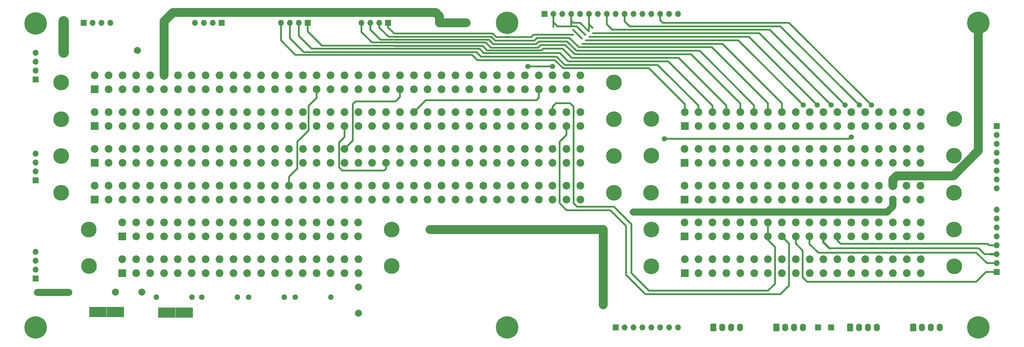
<source format=gbr>
G04 #@! TF.GenerationSoftware,KiCad,Pcbnew,(5.1.10-1-10_14)*
G04 #@! TF.CreationDate,2022-01-31T23:10:13+11:00*
G04 #@! TF.ProjectId,motherboard,6d6f7468-6572-4626-9f61-72642e6b6963,rev?*
G04 #@! TF.SameCoordinates,Original*
G04 #@! TF.FileFunction,Copper,L1,Top*
G04 #@! TF.FilePolarity,Positive*
%FSLAX46Y46*%
G04 Gerber Fmt 4.6, Leading zero omitted, Abs format (unit mm)*
G04 Created by KiCad (PCBNEW (5.1.10-1-10_14)) date 2022-01-31 23:10:13*
%MOMM*%
%LPD*%
G01*
G04 APERTURE LIST*
G04 #@! TA.AperFunction,ComponentPad*
%ADD10O,1.740000X2.190000*%
G04 #@! TD*
G04 #@! TA.AperFunction,ComponentPad*
%ADD11R,5.000000X3.000000*%
G04 #@! TD*
G04 #@! TA.AperFunction,ComponentPad*
%ADD12R,1.700000X1.700000*%
G04 #@! TD*
G04 #@! TA.AperFunction,ComponentPad*
%ADD13C,4.500000*%
G04 #@! TD*
G04 #@! TA.AperFunction,ComponentPad*
%ADD14R,2.200000X2.200000*%
G04 #@! TD*
G04 #@! TA.AperFunction,ComponentPad*
%ADD15C,2.200000*%
G04 #@! TD*
G04 #@! TA.AperFunction,ComponentPad*
%ADD16O,1.600000X1.600000*%
G04 #@! TD*
G04 #@! TA.AperFunction,ComponentPad*
%ADD17C,1.600000*%
G04 #@! TD*
G04 #@! TA.AperFunction,ComponentPad*
%ADD18C,2.000000*%
G04 #@! TD*
G04 #@! TA.AperFunction,ComponentPad*
%ADD19O,1.700000X1.700000*%
G04 #@! TD*
G04 #@! TA.AperFunction,ComponentPad*
%ADD20C,0.800000*%
G04 #@! TD*
G04 #@! TA.AperFunction,ComponentPad*
%ADD21C,6.400000*%
G04 #@! TD*
G04 #@! TA.AperFunction,ViaPad*
%ADD22C,2.000000*%
G04 #@! TD*
G04 #@! TA.AperFunction,ViaPad*
%ADD23C,1.500000*%
G04 #@! TD*
G04 #@! TA.AperFunction,Conductor*
%ADD24C,2.500000*%
G04 #@! TD*
G04 #@! TA.AperFunction,Conductor*
%ADD25C,3.000000*%
G04 #@! TD*
G04 #@! TA.AperFunction,Conductor*
%ADD26C,2.000000*%
G04 #@! TD*
G04 #@! TA.AperFunction,Conductor*
%ADD27C,0.500000*%
G04 #@! TD*
G04 #@! TA.AperFunction,Conductor*
%ADD28C,0.635000*%
G04 #@! TD*
G04 APERTURE END LIST*
D10*
X295020000Y-245500000D03*
X292480000Y-245500000D03*
X289940000Y-245500000D03*
G04 #@! TA.AperFunction,ComponentPad*
G36*
G01*
X286530000Y-246345001D02*
X286530000Y-244654999D01*
G75*
G02*
X286779999Y-244405000I249999J0D01*
G01*
X288020001Y-244405000D01*
G75*
G02*
X288270000Y-244654999I0J-249999D01*
G01*
X288270000Y-246345001D01*
G75*
G02*
X288020001Y-246595000I-249999J0D01*
G01*
X286779999Y-246595000D01*
G75*
G02*
X286530000Y-246345001I0J249999D01*
G01*
G37*
G04 #@! TD.AperFunction*
X277020000Y-245500000D03*
X274480000Y-245500000D03*
X271940000Y-245500000D03*
G04 #@! TA.AperFunction,ComponentPad*
G36*
G01*
X268530000Y-246345001D02*
X268530000Y-244654999D01*
G75*
G02*
X268779999Y-244405000I249999J0D01*
G01*
X270020001Y-244405000D01*
G75*
G02*
X270270000Y-244654999I0J-249999D01*
G01*
X270270000Y-246345001D01*
G75*
G02*
X270020001Y-246595000I-249999J0D01*
G01*
X268779999Y-246595000D01*
G75*
G02*
X268530000Y-246345001I0J249999D01*
G01*
G37*
G04 #@! TD.AperFunction*
X255980000Y-245500000D03*
X253440000Y-245500000D03*
X250900000Y-245500000D03*
G04 #@! TA.AperFunction,ComponentPad*
G36*
G01*
X247490000Y-246345001D02*
X247490000Y-244654999D01*
G75*
G02*
X247739999Y-244405000I249999J0D01*
G01*
X248980001Y-244405000D01*
G75*
G02*
X249230000Y-244654999I0J-249999D01*
G01*
X249230000Y-246345001D01*
G75*
G02*
X248980001Y-246595000I-249999J0D01*
G01*
X247739999Y-246595000D01*
G75*
G02*
X247490000Y-246345001I0J249999D01*
G01*
G37*
G04 #@! TD.AperFunction*
X238020000Y-245500000D03*
X235480000Y-245500000D03*
X232940000Y-245500000D03*
G04 #@! TA.AperFunction,ComponentPad*
G36*
G01*
X229530000Y-246345001D02*
X229530000Y-244654999D01*
G75*
G02*
X229779999Y-244405000I249999J0D01*
G01*
X231020001Y-244405000D01*
G75*
G02*
X231270000Y-244654999I0J-249999D01*
G01*
X231270000Y-246345001D01*
G75*
G02*
X231020001Y-246595000I-249999J0D01*
G01*
X229779999Y-246595000D01*
G75*
G02*
X229530000Y-246345001I0J249999D01*
G01*
G37*
G04 #@! TD.AperFunction*
D11*
X59765000Y-241110000D03*
X54765000Y-241110000D03*
X79450000Y-241200000D03*
X74450000Y-241200000D03*
D12*
X264000000Y-245500000D03*
D13*
X212660000Y-217500000D03*
X299080000Y-217500000D03*
D14*
X222210000Y-219480000D03*
D15*
X226170000Y-219480000D03*
X230130000Y-219480000D03*
X234090000Y-219480000D03*
X238050000Y-219480000D03*
X242010000Y-219480000D03*
X245970000Y-219480000D03*
X249930000Y-219480000D03*
X253890000Y-219480000D03*
X257850000Y-219480000D03*
X261810000Y-219480000D03*
X265770000Y-219480000D03*
X269730000Y-219480000D03*
X273690000Y-219480000D03*
X277650000Y-219480000D03*
X281610000Y-219480000D03*
X285570000Y-219480000D03*
X289530000Y-219480000D03*
X222210000Y-215520000D03*
X226170000Y-215520000D03*
X230130000Y-215520000D03*
X234090000Y-215520000D03*
X238050000Y-215520000D03*
X242010000Y-215520000D03*
X245970000Y-215520000D03*
X249930000Y-215520000D03*
X253890000Y-215520000D03*
X257850000Y-215520000D03*
X261810000Y-215520000D03*
X265770000Y-215520000D03*
X269730000Y-215520000D03*
X273690000Y-215520000D03*
X277650000Y-215520000D03*
X281610000Y-215520000D03*
X285570000Y-215520000D03*
X289530000Y-215520000D03*
D16*
X121285000Y-236855000D03*
D17*
X111125000Y-236855000D03*
D16*
X107950000Y-236855000D03*
D17*
X97790000Y-236855000D03*
D16*
X94615000Y-236855000D03*
D17*
X84455000Y-236855000D03*
D16*
X71440000Y-236855000D03*
D17*
X81600000Y-236855000D03*
D18*
X129159000Y-233927000D03*
X129159000Y-241427000D03*
X59810000Y-235395000D03*
X67310000Y-235395000D03*
X66040000Y-166370000D03*
X73540000Y-166370000D03*
D19*
X159820000Y-158500000D03*
X157280000Y-158500000D03*
X154740000Y-158500000D03*
D12*
X152200000Y-158500000D03*
D19*
X37000000Y-195880000D03*
X37000000Y-198420000D03*
X37000000Y-200960000D03*
D12*
X37000000Y-203500000D03*
D19*
X37000000Y-223880000D03*
X37000000Y-226420000D03*
X37000000Y-228960000D03*
D12*
X37000000Y-231500000D03*
D19*
X37000000Y-167110000D03*
X37000000Y-169650000D03*
X37000000Y-172190000D03*
D12*
X37000000Y-174730000D03*
D19*
X58330000Y-158510000D03*
X55790000Y-158510000D03*
X53250000Y-158510000D03*
D12*
X50710000Y-158510000D03*
X260300000Y-245500000D03*
D13*
X212670000Y-185990000D03*
X299090000Y-185990000D03*
D14*
X222220000Y-187970000D03*
D15*
X226180000Y-187970000D03*
X230140000Y-187970000D03*
X234100000Y-187970000D03*
X238060000Y-187970000D03*
X242020000Y-187970000D03*
X245980000Y-187970000D03*
X249940000Y-187970000D03*
X253900000Y-187970000D03*
X257860000Y-187970000D03*
X261820000Y-187970000D03*
X265780000Y-187970000D03*
X269740000Y-187970000D03*
X273700000Y-187970000D03*
X277660000Y-187970000D03*
X281620000Y-187970000D03*
X285580000Y-187970000D03*
X289540000Y-187970000D03*
X222220000Y-184010000D03*
X226180000Y-184010000D03*
X230140000Y-184010000D03*
X234100000Y-184010000D03*
X238060000Y-184010000D03*
X242020000Y-184010000D03*
X245980000Y-184010000D03*
X249940000Y-184010000D03*
X253900000Y-184010000D03*
X257860000Y-184010000D03*
X261820000Y-184010000D03*
X265780000Y-184010000D03*
X269740000Y-184010000D03*
X273700000Y-184010000D03*
X277660000Y-184010000D03*
X281620000Y-184010000D03*
X285580000Y-184010000D03*
X289540000Y-184010000D03*
D19*
X107000000Y-158500000D03*
X109540000Y-158500000D03*
X112080000Y-158500000D03*
D12*
X114620000Y-158500000D03*
D19*
X130000000Y-158500000D03*
X132540000Y-158500000D03*
X135080000Y-158500000D03*
D12*
X137620000Y-158500000D03*
D20*
X38697056Y-243802944D03*
X37000000Y-243100000D03*
X35302944Y-243802944D03*
X34600000Y-245500000D03*
X35302944Y-247197056D03*
X37000000Y-247900000D03*
X38697056Y-247197056D03*
X39400000Y-245500000D03*
D21*
X37000000Y-245500000D03*
D20*
X173197056Y-243802944D03*
X171500000Y-243100000D03*
X169802944Y-243802944D03*
X169100000Y-245500000D03*
X169802944Y-247197056D03*
X171500000Y-247900000D03*
X173197056Y-247197056D03*
X173900000Y-245500000D03*
D21*
X171500000Y-245500000D03*
D20*
X307697056Y-243802944D03*
X306000000Y-243100000D03*
X304302944Y-243802944D03*
X303600000Y-245500000D03*
X304302944Y-247197056D03*
X306000000Y-247900000D03*
X307697056Y-247197056D03*
X308400000Y-245500000D03*
D21*
X306000000Y-245500000D03*
D20*
X38697056Y-157000000D03*
X37000000Y-156297056D03*
X35302944Y-157000000D03*
X34600000Y-158697056D03*
X35302944Y-160394112D03*
X37000000Y-161097056D03*
X38697056Y-160394112D03*
X39400000Y-158697056D03*
D21*
X37000000Y-158697056D03*
D20*
X173197056Y-156802944D03*
X171500000Y-156100000D03*
X169802944Y-156802944D03*
X169100000Y-158500000D03*
X169802944Y-160197056D03*
X171500000Y-160900000D03*
X173197056Y-160197056D03*
X173900000Y-158500000D03*
D21*
X171500000Y-158500000D03*
D20*
X307697056Y-156802944D03*
X306000000Y-156100000D03*
X304302944Y-156802944D03*
X303600000Y-158500000D03*
X304302944Y-160197056D03*
X306000000Y-160900000D03*
X307697056Y-160197056D03*
X308400000Y-158500000D03*
D21*
X306000000Y-158500000D03*
D13*
X212680000Y-228010000D03*
X299100000Y-228010000D03*
D14*
X222230000Y-229990000D03*
D15*
X226190000Y-229990000D03*
X230150000Y-229990000D03*
X234110000Y-229990000D03*
X238070000Y-229990000D03*
X242030000Y-229990000D03*
X245990000Y-229990000D03*
X249950000Y-229990000D03*
X253910000Y-229990000D03*
X257870000Y-229990000D03*
X261830000Y-229990000D03*
X265790000Y-229990000D03*
X269750000Y-229990000D03*
X273710000Y-229990000D03*
X277670000Y-229990000D03*
X281630000Y-229990000D03*
X285590000Y-229990000D03*
X289550000Y-229990000D03*
X222230000Y-226030000D03*
X226190000Y-226030000D03*
X230150000Y-226030000D03*
X234110000Y-226030000D03*
X238070000Y-226030000D03*
X242030000Y-226030000D03*
X245990000Y-226030000D03*
X249950000Y-226030000D03*
X253910000Y-226030000D03*
X257870000Y-226030000D03*
X261830000Y-226030000D03*
X265790000Y-226030000D03*
X269750000Y-226030000D03*
X273710000Y-226030000D03*
X277670000Y-226030000D03*
X281630000Y-226030000D03*
X285590000Y-226030000D03*
X289550000Y-226030000D03*
D13*
X212630000Y-207010000D03*
X299050000Y-207010000D03*
D14*
X222180000Y-208990000D03*
D15*
X226140000Y-208990000D03*
X230100000Y-208990000D03*
X234060000Y-208990000D03*
X238020000Y-208990000D03*
X241980000Y-208990000D03*
X245940000Y-208990000D03*
X249900000Y-208990000D03*
X253860000Y-208990000D03*
X257820000Y-208990000D03*
X261780000Y-208990000D03*
X265740000Y-208990000D03*
X269700000Y-208990000D03*
X273660000Y-208990000D03*
X277620000Y-208990000D03*
X281580000Y-208990000D03*
X285540000Y-208990000D03*
X289500000Y-208990000D03*
X222180000Y-205030000D03*
X226140000Y-205030000D03*
X230100000Y-205030000D03*
X234060000Y-205030000D03*
X238020000Y-205030000D03*
X241980000Y-205030000D03*
X245940000Y-205030000D03*
X249900000Y-205030000D03*
X253860000Y-205030000D03*
X257820000Y-205030000D03*
X261780000Y-205030000D03*
X265740000Y-205030000D03*
X269700000Y-205030000D03*
X273660000Y-205030000D03*
X277620000Y-205030000D03*
X281580000Y-205030000D03*
X285540000Y-205030000D03*
X289500000Y-205030000D03*
D13*
X212650000Y-196490000D03*
X299070000Y-196490000D03*
D14*
X222200000Y-198470000D03*
D15*
X226160000Y-198470000D03*
X230120000Y-198470000D03*
X234080000Y-198470000D03*
X238040000Y-198470000D03*
X242000000Y-198470000D03*
X245960000Y-198470000D03*
X249920000Y-198470000D03*
X253880000Y-198470000D03*
X257840000Y-198470000D03*
X261800000Y-198470000D03*
X265760000Y-198470000D03*
X269720000Y-198470000D03*
X273680000Y-198470000D03*
X277640000Y-198470000D03*
X281600000Y-198470000D03*
X285560000Y-198470000D03*
X289520000Y-198470000D03*
X222200000Y-194510000D03*
X226160000Y-194510000D03*
X230120000Y-194510000D03*
X234080000Y-194510000D03*
X238040000Y-194510000D03*
X242000000Y-194510000D03*
X245960000Y-194510000D03*
X249920000Y-194510000D03*
X253880000Y-194510000D03*
X257840000Y-194510000D03*
X261800000Y-194510000D03*
X265760000Y-194510000D03*
X269720000Y-194510000D03*
X273680000Y-194510000D03*
X277640000Y-194510000D03*
X281600000Y-194510000D03*
X285560000Y-194510000D03*
X289520000Y-194510000D03*
D13*
X52210000Y-227960000D03*
X138630000Y-227960000D03*
D14*
X61760000Y-229940000D03*
D15*
X65720000Y-229940000D03*
X69680000Y-229940000D03*
X73640000Y-229940000D03*
X77600000Y-229940000D03*
X81560000Y-229940000D03*
X85520000Y-229940000D03*
X89480000Y-229940000D03*
X93440000Y-229940000D03*
X97400000Y-229940000D03*
X101360000Y-229940000D03*
X105320000Y-229940000D03*
X109280000Y-229940000D03*
X113240000Y-229940000D03*
X117200000Y-229940000D03*
X121160000Y-229940000D03*
X125120000Y-229940000D03*
X129080000Y-229940000D03*
X61760000Y-225980000D03*
X65720000Y-225980000D03*
X69680000Y-225980000D03*
X73640000Y-225980000D03*
X77600000Y-225980000D03*
X81560000Y-225980000D03*
X85520000Y-225980000D03*
X89480000Y-225980000D03*
X93440000Y-225980000D03*
X97400000Y-225980000D03*
X101360000Y-225980000D03*
X105320000Y-225980000D03*
X109280000Y-225980000D03*
X113240000Y-225980000D03*
X117200000Y-225980000D03*
X121160000Y-225980000D03*
X125120000Y-225980000D03*
X129080000Y-225980000D03*
D13*
X52200000Y-217510000D03*
X138620000Y-217510000D03*
D14*
X61750000Y-219490000D03*
D15*
X65710000Y-219490000D03*
X69670000Y-219490000D03*
X73630000Y-219490000D03*
X77590000Y-219490000D03*
X81550000Y-219490000D03*
X85510000Y-219490000D03*
X89470000Y-219490000D03*
X93430000Y-219490000D03*
X97390000Y-219490000D03*
X101350000Y-219490000D03*
X105310000Y-219490000D03*
X109270000Y-219490000D03*
X113230000Y-219490000D03*
X117190000Y-219490000D03*
X121150000Y-219490000D03*
X125110000Y-219490000D03*
X129070000Y-219490000D03*
X61750000Y-215530000D03*
X65710000Y-215530000D03*
X69670000Y-215530000D03*
X73630000Y-215530000D03*
X77590000Y-215530000D03*
X81550000Y-215530000D03*
X85510000Y-215530000D03*
X89470000Y-215530000D03*
X93430000Y-215530000D03*
X97390000Y-215530000D03*
X101350000Y-215530000D03*
X105310000Y-215530000D03*
X109270000Y-215530000D03*
X113230000Y-215530000D03*
X117190000Y-215530000D03*
X121150000Y-215530000D03*
X125110000Y-215530000D03*
X129070000Y-215530000D03*
X192450000Y-173520000D03*
X192450000Y-177480000D03*
D13*
X44300000Y-175500000D03*
X202000000Y-175500000D03*
D14*
X53850000Y-177480000D03*
D15*
X57810000Y-177480000D03*
X61770000Y-177480000D03*
X65730000Y-177480000D03*
X69690000Y-177480000D03*
X73650000Y-177480000D03*
X77610000Y-177480000D03*
X81570000Y-177480000D03*
X85530000Y-177480000D03*
X89490000Y-177480000D03*
X93450000Y-177480000D03*
X97410000Y-177480000D03*
X101370000Y-177480000D03*
X105330000Y-177480000D03*
X109290000Y-177480000D03*
X113250000Y-177480000D03*
X117210000Y-177480000D03*
X121170000Y-177480000D03*
X125130000Y-177480000D03*
X129090000Y-177480000D03*
X133050000Y-177480000D03*
X137010000Y-177480000D03*
X140970000Y-177480000D03*
X144930000Y-177480000D03*
X148890000Y-177480000D03*
X152850000Y-177480000D03*
X156810000Y-177480000D03*
X160770000Y-177480000D03*
X164730000Y-177480000D03*
X168690000Y-177480000D03*
X172650000Y-177480000D03*
X176610000Y-177480000D03*
X180570000Y-177480000D03*
X184530000Y-177480000D03*
X188490000Y-177480000D03*
X53850000Y-173520000D03*
X57810000Y-173520000D03*
X61770000Y-173520000D03*
X65730000Y-173520000D03*
X69690000Y-173520000D03*
X73650000Y-173520000D03*
X77610000Y-173520000D03*
X81570000Y-173520000D03*
X85530000Y-173520000D03*
X89490000Y-173520000D03*
X93450000Y-173520000D03*
X97410000Y-173520000D03*
X101370000Y-173520000D03*
X105330000Y-173520000D03*
X109290000Y-173520000D03*
X113250000Y-173520000D03*
X117210000Y-173520000D03*
X121170000Y-173520000D03*
X125130000Y-173520000D03*
X129090000Y-173520000D03*
X133050000Y-173520000D03*
X137010000Y-173520000D03*
X140970000Y-173520000D03*
X144930000Y-173520000D03*
X148890000Y-173520000D03*
X152850000Y-173520000D03*
X156810000Y-173520000D03*
X160770000Y-173520000D03*
X164730000Y-173520000D03*
X168690000Y-173520000D03*
X172650000Y-173520000D03*
X176610000Y-173520000D03*
X180570000Y-173520000D03*
X184530000Y-173520000D03*
X188490000Y-173520000D03*
X192450000Y-205020000D03*
X192450000Y-208980000D03*
D13*
X44300000Y-207000000D03*
X202000000Y-207000000D03*
D14*
X53850000Y-208980000D03*
D15*
X57810000Y-208980000D03*
X61770000Y-208980000D03*
X65730000Y-208980000D03*
X69690000Y-208980000D03*
X73650000Y-208980000D03*
X77610000Y-208980000D03*
X81570000Y-208980000D03*
X85530000Y-208980000D03*
X89490000Y-208980000D03*
X93450000Y-208980000D03*
X97410000Y-208980000D03*
X101370000Y-208980000D03*
X105330000Y-208980000D03*
X109290000Y-208980000D03*
X113250000Y-208980000D03*
X117210000Y-208980000D03*
X121170000Y-208980000D03*
X125130000Y-208980000D03*
X129090000Y-208980000D03*
X133050000Y-208980000D03*
X137010000Y-208980000D03*
X140970000Y-208980000D03*
X144930000Y-208980000D03*
X148890000Y-208980000D03*
X152850000Y-208980000D03*
X156810000Y-208980000D03*
X160770000Y-208980000D03*
X164730000Y-208980000D03*
X168690000Y-208980000D03*
X172650000Y-208980000D03*
X176610000Y-208980000D03*
X180570000Y-208980000D03*
X184530000Y-208980000D03*
X188490000Y-208980000D03*
X53850000Y-205020000D03*
X57810000Y-205020000D03*
X61770000Y-205020000D03*
X65730000Y-205020000D03*
X69690000Y-205020000D03*
X73650000Y-205020000D03*
X77610000Y-205020000D03*
X81570000Y-205020000D03*
X85530000Y-205020000D03*
X89490000Y-205020000D03*
X93450000Y-205020000D03*
X97410000Y-205020000D03*
X101370000Y-205020000D03*
X105330000Y-205020000D03*
X109290000Y-205020000D03*
X113250000Y-205020000D03*
X117210000Y-205020000D03*
X121170000Y-205020000D03*
X125130000Y-205020000D03*
X129090000Y-205020000D03*
X133050000Y-205020000D03*
X137010000Y-205020000D03*
X140970000Y-205020000D03*
X144930000Y-205020000D03*
X148890000Y-205020000D03*
X152850000Y-205020000D03*
X156810000Y-205020000D03*
X160770000Y-205020000D03*
X164730000Y-205020000D03*
X168690000Y-205020000D03*
X172650000Y-205020000D03*
X176610000Y-205020000D03*
X180570000Y-205020000D03*
X184530000Y-205020000D03*
X188490000Y-205020000D03*
X192450000Y-194520000D03*
X192450000Y-198480000D03*
D13*
X44300000Y-196500000D03*
X202000000Y-196500000D03*
D14*
X53850000Y-198480000D03*
D15*
X57810000Y-198480000D03*
X61770000Y-198480000D03*
X65730000Y-198480000D03*
X69690000Y-198480000D03*
X73650000Y-198480000D03*
X77610000Y-198480000D03*
X81570000Y-198480000D03*
X85530000Y-198480000D03*
X89490000Y-198480000D03*
X93450000Y-198480000D03*
X97410000Y-198480000D03*
X101370000Y-198480000D03*
X105330000Y-198480000D03*
X109290000Y-198480000D03*
X113250000Y-198480000D03*
X117210000Y-198480000D03*
X121170000Y-198480000D03*
X125130000Y-198480000D03*
X129090000Y-198480000D03*
X133050000Y-198480000D03*
X137010000Y-198480000D03*
X140970000Y-198480000D03*
X144930000Y-198480000D03*
X148890000Y-198480000D03*
X152850000Y-198480000D03*
X156810000Y-198480000D03*
X160770000Y-198480000D03*
X164730000Y-198480000D03*
X168690000Y-198480000D03*
X172650000Y-198480000D03*
X176610000Y-198480000D03*
X180570000Y-198480000D03*
X184530000Y-198480000D03*
X188490000Y-198480000D03*
X53850000Y-194520000D03*
X57810000Y-194520000D03*
X61770000Y-194520000D03*
X65730000Y-194520000D03*
X69690000Y-194520000D03*
X73650000Y-194520000D03*
X77610000Y-194520000D03*
X81570000Y-194520000D03*
X85530000Y-194520000D03*
X89490000Y-194520000D03*
X93450000Y-194520000D03*
X97410000Y-194520000D03*
X101370000Y-194520000D03*
X105330000Y-194520000D03*
X109290000Y-194520000D03*
X113250000Y-194520000D03*
X117210000Y-194520000D03*
X121170000Y-194520000D03*
X125130000Y-194520000D03*
X129090000Y-194520000D03*
X133050000Y-194520000D03*
X137010000Y-194520000D03*
X140970000Y-194520000D03*
X144930000Y-194520000D03*
X148890000Y-194520000D03*
X152850000Y-194520000D03*
X156810000Y-194520000D03*
X160770000Y-194520000D03*
X164730000Y-194520000D03*
X168690000Y-194520000D03*
X172650000Y-194520000D03*
X176610000Y-194520000D03*
X180570000Y-194520000D03*
X184530000Y-194520000D03*
X188490000Y-194520000D03*
X192450000Y-184020000D03*
X192450000Y-187980000D03*
D13*
X44300000Y-186000000D03*
X202000000Y-186000000D03*
D14*
X53850000Y-187980000D03*
D15*
X57810000Y-187980000D03*
X61770000Y-187980000D03*
X65730000Y-187980000D03*
X69690000Y-187980000D03*
X73650000Y-187980000D03*
X77610000Y-187980000D03*
X81570000Y-187980000D03*
X85530000Y-187980000D03*
X89490000Y-187980000D03*
X93450000Y-187980000D03*
X97410000Y-187980000D03*
X101370000Y-187980000D03*
X105330000Y-187980000D03*
X109290000Y-187980000D03*
X113250000Y-187980000D03*
X117210000Y-187980000D03*
X121170000Y-187980000D03*
X125130000Y-187980000D03*
X129090000Y-187980000D03*
X133050000Y-187980000D03*
X137010000Y-187980000D03*
X140970000Y-187980000D03*
X144930000Y-187980000D03*
X148890000Y-187980000D03*
X152850000Y-187980000D03*
X156810000Y-187980000D03*
X160770000Y-187980000D03*
X164730000Y-187980000D03*
X168690000Y-187980000D03*
X172650000Y-187980000D03*
X176610000Y-187980000D03*
X180570000Y-187980000D03*
X184530000Y-187980000D03*
X188490000Y-187980000D03*
X53850000Y-184020000D03*
X57810000Y-184020000D03*
X61770000Y-184020000D03*
X65730000Y-184020000D03*
X69690000Y-184020000D03*
X73650000Y-184020000D03*
X77610000Y-184020000D03*
X81570000Y-184020000D03*
X85530000Y-184020000D03*
X89490000Y-184020000D03*
X93450000Y-184020000D03*
X97410000Y-184020000D03*
X101370000Y-184020000D03*
X105330000Y-184020000D03*
X109290000Y-184020000D03*
X113250000Y-184020000D03*
X117210000Y-184020000D03*
X121170000Y-184020000D03*
X125130000Y-184020000D03*
X129090000Y-184020000D03*
X133050000Y-184020000D03*
X137010000Y-184020000D03*
X140970000Y-184020000D03*
X144930000Y-184020000D03*
X148890000Y-184020000D03*
X152850000Y-184020000D03*
X156810000Y-184020000D03*
X160770000Y-184020000D03*
X164730000Y-184020000D03*
X168690000Y-184020000D03*
X172650000Y-184020000D03*
X176610000Y-184020000D03*
X180570000Y-184020000D03*
X184530000Y-184020000D03*
X188490000Y-184020000D03*
D19*
X311200000Y-211900000D03*
X311200000Y-214440000D03*
X311200000Y-216980000D03*
X311200000Y-219520000D03*
X311200000Y-222060000D03*
X311200000Y-224600000D03*
X311200000Y-227140000D03*
D12*
X311200000Y-229680000D03*
D19*
X311200000Y-205800000D03*
X311200000Y-203260000D03*
X311200000Y-200720000D03*
X311200000Y-198180000D03*
X311200000Y-195640000D03*
X311200000Y-193100000D03*
X311200000Y-190560000D03*
D12*
X311200000Y-188020000D03*
D19*
X220300000Y-156000000D03*
X217760000Y-156000000D03*
X215220000Y-156000000D03*
X212680000Y-156000000D03*
X210140000Y-156000000D03*
X207600000Y-156000000D03*
X205060000Y-156000000D03*
X202520000Y-156000000D03*
X199980000Y-156000000D03*
X197440000Y-156000000D03*
X194900000Y-156000000D03*
X192360000Y-156000000D03*
X189820000Y-156000000D03*
X187280000Y-156000000D03*
X184740000Y-156000000D03*
D12*
X182200000Y-156000000D03*
D19*
X82500000Y-158500000D03*
X85040000Y-158500000D03*
X87580000Y-158500000D03*
D12*
X90120000Y-158500000D03*
D19*
X220280000Y-245500000D03*
X217740000Y-245500000D03*
X215200000Y-245500000D03*
X212660000Y-245500000D03*
X210120000Y-245500000D03*
X207580000Y-245500000D03*
X205040000Y-245500000D03*
D12*
X202500000Y-245500000D03*
D22*
X149500000Y-217500000D03*
X199000000Y-217500000D03*
D23*
X46500000Y-235500000D03*
X37500000Y-235500000D03*
X45000000Y-167000000D03*
X45000000Y-158000000D03*
X207500000Y-212500000D03*
X199000000Y-239000000D03*
X184500000Y-171000000D03*
X177500000Y-171000000D03*
X216408000Y-191643000D03*
X269720000Y-191107000D03*
X256000000Y-182000000D03*
X260000000Y-182000000D03*
X264000000Y-182000000D03*
X268000000Y-182000000D03*
X272000000Y-182000000D03*
X275500000Y-182000000D03*
D24*
X149500000Y-217500000D02*
X199000000Y-217500000D01*
D25*
X45000000Y-158000000D02*
X45000000Y-167000000D01*
D26*
X46500000Y-235500000D02*
X37500000Y-235500000D01*
X281580000Y-208990000D02*
X281580000Y-210920000D01*
X281580000Y-210920000D02*
X280000000Y-212500000D01*
X280000000Y-212500000D02*
X207500000Y-212500000D01*
D24*
X199000000Y-217500000D02*
X199000000Y-239000000D01*
X306000000Y-195036002D02*
X298836002Y-202200000D01*
X306000000Y-158500000D02*
X306000000Y-195036002D01*
X298836002Y-202200000D02*
X282700000Y-202200000D01*
X281580000Y-203320000D02*
X281580000Y-205030000D01*
X282700000Y-202200000D02*
X281580000Y-203320000D01*
X73650000Y-168158000D02*
X73650000Y-173520000D01*
X152200000Y-158500000D02*
X152200000Y-156645000D01*
X152200000Y-156645000D02*
X151130000Y-155575000D01*
X151130000Y-155575000D02*
X76200000Y-155575000D01*
X73650000Y-158125000D02*
X73650000Y-168158000D01*
X76200000Y-155575000D02*
X73650000Y-158125000D01*
X152200000Y-158500000D02*
X159820000Y-158500000D01*
D27*
X117210000Y-179970000D02*
X117210000Y-177480000D01*
X114935000Y-182245000D02*
X117210000Y-179970000D01*
X111699999Y-192465001D02*
X114935000Y-189230000D01*
X111699999Y-200085001D02*
X111699999Y-192465001D01*
X109290000Y-202495000D02*
X111699999Y-200085001D01*
X114935000Y-189230000D02*
X114935000Y-182245000D01*
X109290000Y-205020000D02*
X109290000Y-202495000D01*
X140970000Y-179705000D02*
X140970000Y-177480000D01*
X139700000Y-180975000D02*
X140970000Y-179705000D01*
X128270000Y-180975000D02*
X139700000Y-180975000D01*
X127539999Y-192110001D02*
X127539999Y-181705001D01*
X127539999Y-181705001D02*
X128270000Y-180975000D01*
X125130000Y-194520000D02*
X127539999Y-192110001D01*
X180570000Y-177480000D02*
X180570000Y-179930000D01*
X180570000Y-179930000D02*
X179900000Y-180600000D01*
X148350000Y-180600000D02*
X144930000Y-184020000D01*
X179900000Y-180600000D02*
X148350000Y-180600000D01*
X183514666Y-171000000D02*
X184500000Y-171000000D01*
X177500000Y-171000000D02*
X183514666Y-171000000D01*
X269184000Y-191643000D02*
X269720000Y-191107000D01*
X216408000Y-191643000D02*
X269184000Y-191643000D01*
X188490000Y-187980000D02*
X188490000Y-190510000D01*
X211000000Y-236000000D02*
X249500000Y-236000000D01*
X205500000Y-216500000D02*
X205500000Y-230500000D01*
X188490000Y-190510000D02*
X186500000Y-192500000D01*
X252000000Y-233500000D02*
X252000000Y-221550000D01*
X249500000Y-236000000D02*
X252000000Y-233500000D01*
X201000000Y-212000000D02*
X205500000Y-216500000D01*
X188500000Y-212000000D02*
X201000000Y-212000000D01*
X186500000Y-210000000D02*
X188500000Y-212000000D01*
X186500000Y-192500000D02*
X186500000Y-210000000D01*
X252000000Y-221550000D02*
X249930000Y-219480000D01*
X205500000Y-230500000D02*
X211000000Y-236000000D01*
X190500000Y-182500000D02*
X189500000Y-181500000D01*
X185500000Y-181500000D02*
X184530000Y-182470000D01*
X190500000Y-210000000D02*
X190500000Y-182500000D01*
X191500000Y-211000000D02*
X190500000Y-210000000D01*
X184530000Y-182470000D02*
X184530000Y-184020000D01*
X202000000Y-211000000D02*
X191500000Y-211000000D01*
X207000000Y-216000000D02*
X202000000Y-211000000D01*
X207000000Y-230000000D02*
X207000000Y-216000000D01*
X212000000Y-235000000D02*
X207000000Y-230000000D01*
X189500000Y-181500000D02*
X185500000Y-181500000D01*
X248000000Y-233000000D02*
X246000000Y-235000000D01*
X245970000Y-215520000D02*
X245970000Y-220470000D01*
X248000000Y-222500000D02*
X248000000Y-233000000D01*
X246000000Y-235000000D02*
X212000000Y-235000000D01*
X245970000Y-220470000D02*
X248000000Y-222500000D01*
X125130000Y-187980000D02*
X125130000Y-191100000D01*
X123579999Y-192650001D02*
X123579999Y-199779999D01*
X125130000Y-191100000D02*
X123579999Y-192650001D01*
X123579999Y-199779999D02*
X124460000Y-200660000D01*
X124460000Y-200660000D02*
X136525000Y-200660000D01*
X137010000Y-200175000D02*
X137010000Y-198480000D01*
X136525000Y-200660000D02*
X137010000Y-200175000D01*
X308165000Y-229680000D02*
X311200000Y-229680000D01*
X305435000Y-232410000D02*
X308165000Y-229680000D01*
X255905000Y-231140000D02*
X257175000Y-232410000D01*
X255905000Y-223520000D02*
X255905000Y-231140000D01*
X257175000Y-232410000D02*
X305435000Y-232410000D01*
X253890000Y-221505000D02*
X255905000Y-223520000D01*
X253890000Y-219480000D02*
X253890000Y-221505000D01*
X257850000Y-219480000D02*
X257850000Y-221655000D01*
X308420000Y-227140000D02*
X311200000Y-227140000D01*
X305435000Y-224155000D02*
X308420000Y-227140000D01*
X257850000Y-221655000D02*
X260350000Y-224155000D01*
X260350000Y-224155000D02*
X305435000Y-224155000D01*
D28*
X261810000Y-219480000D02*
X261810000Y-221170000D01*
X261810000Y-221170000D02*
X263525000Y-222885000D01*
X309435000Y-224600000D02*
X311200000Y-224600000D01*
D27*
X263525000Y-222885000D02*
X306070000Y-222885000D01*
X307785000Y-224600000D02*
X309435000Y-224600000D01*
X306070000Y-222885000D02*
X307785000Y-224600000D01*
X308610000Y-221615000D02*
X309055000Y-222060000D01*
X309055000Y-222060000D02*
X311200000Y-222060000D01*
X266700000Y-221615000D02*
X308610000Y-221615000D01*
X265770000Y-220685000D02*
X266700000Y-221615000D01*
X265770000Y-219480000D02*
X265770000Y-220685000D01*
X184740000Y-159740000D02*
X184740000Y-156000000D01*
X193900000Y-162000000D02*
X191400000Y-159500000D01*
X185900000Y-159500000D02*
X184640000Y-158240000D01*
X237500000Y-163500000D02*
X194000000Y-163500000D01*
X191400000Y-159500000D02*
X185900000Y-159500000D01*
X256000000Y-182000000D02*
X237500000Y-163500000D01*
X189820000Y-159320000D02*
X189820000Y-156000000D01*
X190400000Y-158500000D02*
X189720000Y-157820000D01*
X192400000Y-158500000D02*
X190400000Y-158500000D01*
X194900000Y-161000000D02*
X192400000Y-158500000D01*
X240500000Y-162500000D02*
X195000000Y-162500000D01*
X260000000Y-182000000D02*
X240500000Y-162500000D01*
X194900000Y-156000000D02*
X194900000Y-160400000D01*
X194800000Y-158900000D02*
X195900000Y-160000000D01*
X243500000Y-161500000D02*
X264000000Y-182000000D01*
X196000000Y-161500000D02*
X243500000Y-161500000D01*
X199980000Y-156000000D02*
X199980000Y-158980000D01*
X199980000Y-158980000D02*
X201500000Y-160500000D01*
X246500000Y-160500000D02*
X268000000Y-182000000D01*
X201500000Y-160500000D02*
X246500000Y-160500000D01*
X205060000Y-158060000D02*
X205060000Y-156000000D01*
X206500000Y-159500000D02*
X205060000Y-158060000D01*
X249500000Y-159500000D02*
X206500000Y-159500000D01*
X272000000Y-182000000D02*
X249500000Y-159500000D01*
X215220000Y-156000000D02*
X215220000Y-157720000D01*
X215220000Y-157720000D02*
X216000000Y-158500000D01*
X252000000Y-158500000D02*
X275500000Y-182000000D01*
X216000000Y-158500000D02*
X252000000Y-158500000D01*
X222220000Y-181720000D02*
X222220000Y-184010000D01*
X212000000Y-171500000D02*
X222220000Y-181720000D01*
X187500000Y-171500000D02*
X212000000Y-171500000D01*
X163068000Y-169164000D02*
X185164000Y-169164000D01*
X107000000Y-163515000D02*
X111125000Y-167640000D01*
X161544000Y-167640000D02*
X163068000Y-169164000D01*
X111125000Y-167640000D02*
X161544000Y-167640000D01*
X185164000Y-169164000D02*
X187500000Y-171500000D01*
X107000000Y-158500000D02*
X107000000Y-163515000D01*
X188000000Y-170500000D02*
X214500000Y-170500000D01*
X214500000Y-170500000D02*
X226180000Y-182180000D01*
X185648000Y-168148000D02*
X188000000Y-170500000D01*
X162814000Y-166878000D02*
X164084000Y-168148000D01*
X226180000Y-182180000D02*
X226180000Y-184010000D01*
X113538000Y-166878000D02*
X162814000Y-166878000D01*
X164084000Y-168148000D02*
X185648000Y-168148000D01*
X109540000Y-162880000D02*
X113538000Y-166878000D01*
X109540000Y-158500000D02*
X109540000Y-162880000D01*
X189000000Y-169500000D02*
X217500000Y-169500000D01*
X186632000Y-167132000D02*
X189000000Y-169500000D01*
X230140000Y-182140000D02*
X230140000Y-184010000D01*
X217500000Y-169500000D02*
X230140000Y-182140000D01*
X164846000Y-167132000D02*
X186632000Y-167132000D01*
X163639500Y-165925500D02*
X164846000Y-167132000D01*
X115760500Y-165925500D02*
X163639500Y-165925500D01*
X112080000Y-162245000D02*
X115760500Y-165925500D01*
X112080000Y-158500000D02*
X112080000Y-162245000D01*
X139382500Y-165036500D02*
X118681500Y-165036500D01*
X114620000Y-160975000D02*
X114620000Y-158500000D01*
X190000000Y-168500000D02*
X187362000Y-165862000D01*
X164592000Y-165100000D02*
X139446000Y-165100000D01*
X165862000Y-166370000D02*
X164592000Y-165100000D01*
X181356000Y-166370000D02*
X165862000Y-166370000D01*
X118681500Y-165036500D02*
X114620000Y-160975000D01*
X181864000Y-165862000D02*
X181356000Y-166370000D01*
X234100000Y-184010000D02*
X234100000Y-182100000D01*
X220500000Y-168500000D02*
X190000000Y-168500000D01*
X234100000Y-182100000D02*
X220500000Y-168500000D01*
X139446000Y-165100000D02*
X139382500Y-165036500D01*
X187362000Y-165862000D02*
X181864000Y-165862000D01*
X130000000Y-158500000D02*
X130000000Y-161115000D01*
X130000000Y-161115000D02*
X133032500Y-164147500D01*
X166878000Y-165608000D02*
X180340000Y-165608000D01*
X165417500Y-164147500D02*
X166878000Y-165608000D01*
X133032500Y-164147500D02*
X165417500Y-164147500D01*
X180340000Y-165608000D02*
X181102000Y-164846000D01*
X238060000Y-184010000D02*
X238060000Y-181560000D01*
X238060000Y-181560000D02*
X224000000Y-167500000D01*
X224000000Y-167500000D02*
X190808000Y-167500000D01*
X190808000Y-167500000D02*
X188154000Y-164846000D01*
X181102000Y-164846000D02*
X188154000Y-164846000D01*
X132540000Y-158500000D02*
X132540000Y-160480000D01*
X135382000Y-163322000D02*
X166370000Y-163322000D01*
X132540000Y-160480000D02*
X135382000Y-163322000D01*
X166370000Y-163322000D02*
X167640000Y-164592000D01*
X167640000Y-164592000D02*
X179832000Y-164592000D01*
X179832000Y-164592000D02*
X180594000Y-163830000D01*
X242020000Y-184010000D02*
X242020000Y-182020000D01*
X242020000Y-182020000D02*
X226500000Y-166500000D01*
X191340000Y-166500000D02*
X188670000Y-163830000D01*
X226500000Y-166500000D02*
X191340000Y-166500000D01*
X180594000Y-163830000D02*
X188670000Y-163830000D01*
X135080000Y-159845000D02*
X135080000Y-158500000D01*
X167068500Y-162496500D02*
X137731500Y-162496500D01*
X179324000Y-163576000D02*
X168148000Y-163576000D01*
X137731500Y-162496500D02*
X135080000Y-159845000D01*
X168148000Y-163576000D02*
X167068500Y-162496500D01*
X189314000Y-162814000D02*
X180086000Y-162814000D01*
X192000000Y-165500000D02*
X189314000Y-162814000D01*
X180086000Y-162814000D02*
X179324000Y-163576000D01*
X245980000Y-181480000D02*
X230000000Y-165500000D01*
X230000000Y-165500000D02*
X192000000Y-165500000D01*
X245980000Y-184010000D02*
X245980000Y-181480000D01*
X178435000Y-162560000D02*
X179070000Y-161925000D01*
X137620000Y-158500000D02*
X137620000Y-159845000D01*
X167449500Y-161607500D02*
X168402000Y-162560000D01*
X139382500Y-161607500D02*
X167449500Y-161607500D01*
X168402000Y-162560000D02*
X178435000Y-162560000D01*
X137620000Y-159845000D02*
X139382500Y-161607500D01*
X249940000Y-184010000D02*
X249940000Y-181440000D01*
X249940000Y-181440000D02*
X233000000Y-164500000D01*
X233000000Y-164500000D02*
X193000000Y-164500000D01*
X192900000Y-163000000D02*
X190325000Y-160425000D01*
X179070000Y-161925000D02*
X190425000Y-161925000D01*
M02*

</source>
